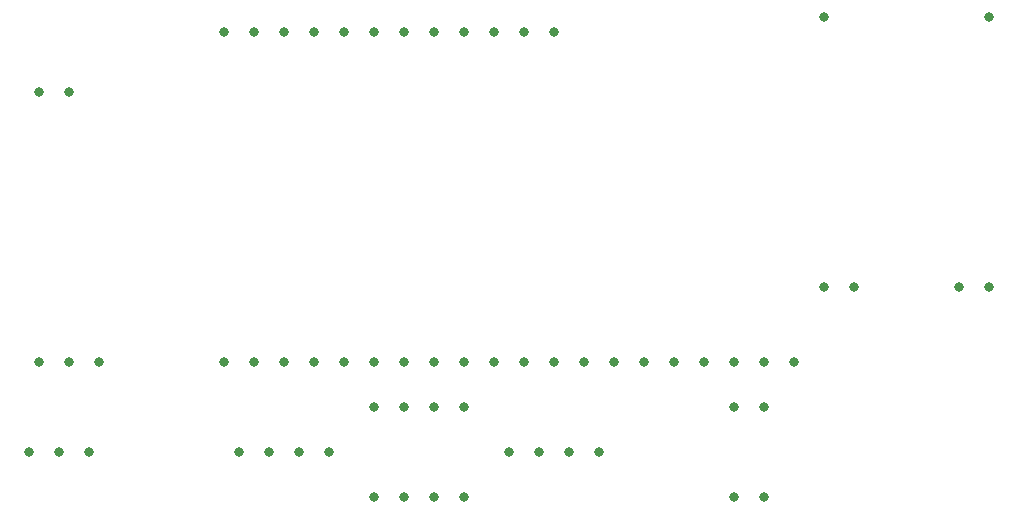
<source format=gbr>
%TF.GenerationSoftware,KiCad,Pcbnew,9.0.0*%
%TF.CreationDate,2025-03-09T14:02:55-07:00*%
%TF.ProjectId,tag,7461672e-6b69-4636-9164-5f7063625858,v0.1*%
%TF.SameCoordinates,Original*%
%TF.FileFunction,Plated,1,2,PTH,Drill*%
%TF.FilePolarity,Positive*%
%FSLAX46Y46*%
G04 Gerber Fmt 4.6, Leading zero omitted, Abs format (unit mm)*
G04 Created by KiCad (PCBNEW 9.0.0) date 2025-03-09 14:02:55*
%MOMM*%
%LPD*%
G01*
G04 APERTURE LIST*
%TA.AperFunction,ComponentDrill*%
%ADD10C,0.800000*%
%TD*%
G04 APERTURE END LIST*
D10*
%TO.C,ON_OFF_SWITCH1*%
X24345000Y-55880000D03*
%TO.C,5V_DC_DC_Converter1*%
X25185000Y-25400000D03*
X25185000Y-48260000D03*
%TO.C,ON_OFF_SWITCH1*%
X26885000Y-55880000D03*
%TO.C,5V_DC_DC_Converter1*%
X27725000Y-25400000D03*
X27725000Y-48260000D03*
%TO.C,ON_OFF_SWITCH1*%
X29425000Y-55880000D03*
%TO.C,5V_DC_DC_Converter1*%
X30265000Y-48260000D03*
%TO.C,ESP32_UWB1*%
X40855000Y-20320000D03*
X40855000Y-48260000D03*
%TO.C,RGB_LED_ROUND1*%
X42125000Y-55880000D03*
%TO.C,ESP32_UWB1*%
X43395000Y-20320000D03*
X43395000Y-48260000D03*
%TO.C,RGB_LED_ROUND1*%
X44665000Y-55880000D03*
%TO.C,ESP32_UWB1*%
X45935000Y-20320000D03*
X45935000Y-48260000D03*
%TO.C,RGB_LED_ROUND1*%
X47205000Y-55880000D03*
%TO.C,ESP32_UWB1*%
X48475000Y-20320000D03*
X48475000Y-48260000D03*
%TO.C,RGB_LED_ROUND1*%
X49745000Y-55880000D03*
%TO.C,ESP32_UWB1*%
X51015000Y-20320000D03*
X51015000Y-48260000D03*
X53555000Y-20320000D03*
X53555000Y-48260000D03*
%TO.C,R1*%
X53555000Y-52070000D03*
X53555000Y-59690000D03*
%TO.C,ESP32_UWB1*%
X56095000Y-20320000D03*
X56095000Y-48260000D03*
%TO.C,R2*%
X56095000Y-52070000D03*
X56095000Y-59690000D03*
%TO.C,ESP32_UWB1*%
X58635000Y-20320000D03*
X58635000Y-48260000D03*
%TO.C,R3*%
X58635000Y-52070000D03*
X58635000Y-59690000D03*
%TO.C,ESP32_UWB1*%
X61175000Y-20320000D03*
X61175000Y-48260000D03*
%TO.C,R4*%
X61175000Y-52070000D03*
X61175000Y-59690000D03*
%TO.C,ESP32_UWB1*%
X63715000Y-20320000D03*
X63715000Y-48260000D03*
%TO.C,RGB_LED_ROUND2*%
X64985000Y-55880000D03*
%TO.C,ESP32_UWB1*%
X66255000Y-20320000D03*
X66255000Y-48260000D03*
%TO.C,RGB_LED_ROUND2*%
X67525000Y-55880000D03*
%TO.C,ESP32_UWB1*%
X68795000Y-20320000D03*
X68795000Y-48260000D03*
%TO.C,RGB_LED_ROUND2*%
X70065000Y-55880000D03*
%TO.C,ESP32_UWB1*%
X71335000Y-48260000D03*
%TO.C,RGB_LED_ROUND2*%
X72605000Y-55880000D03*
%TO.C,ESP32_UWB1*%
X73875000Y-48260000D03*
X76415000Y-48260000D03*
X78955000Y-48260000D03*
X81495000Y-48260000D03*
X84035000Y-48260000D03*
%TO.C,R5*%
X84035000Y-52070000D03*
X84035000Y-59690000D03*
%TO.C,ESP32_UWB1*%
X86575000Y-48260000D03*
%TO.C,R6*%
X86575000Y-52070000D03*
X86575000Y-59690000D03*
%TO.C,ESP32_UWB1*%
X89115000Y-48260000D03*
%TO.C,Battery_Charger1*%
X91655000Y-19050000D03*
X91655000Y-41910000D03*
X94195000Y-41910000D03*
X103085000Y-41910000D03*
X105625000Y-19050000D03*
X105625000Y-41910000D03*
M02*

</source>
